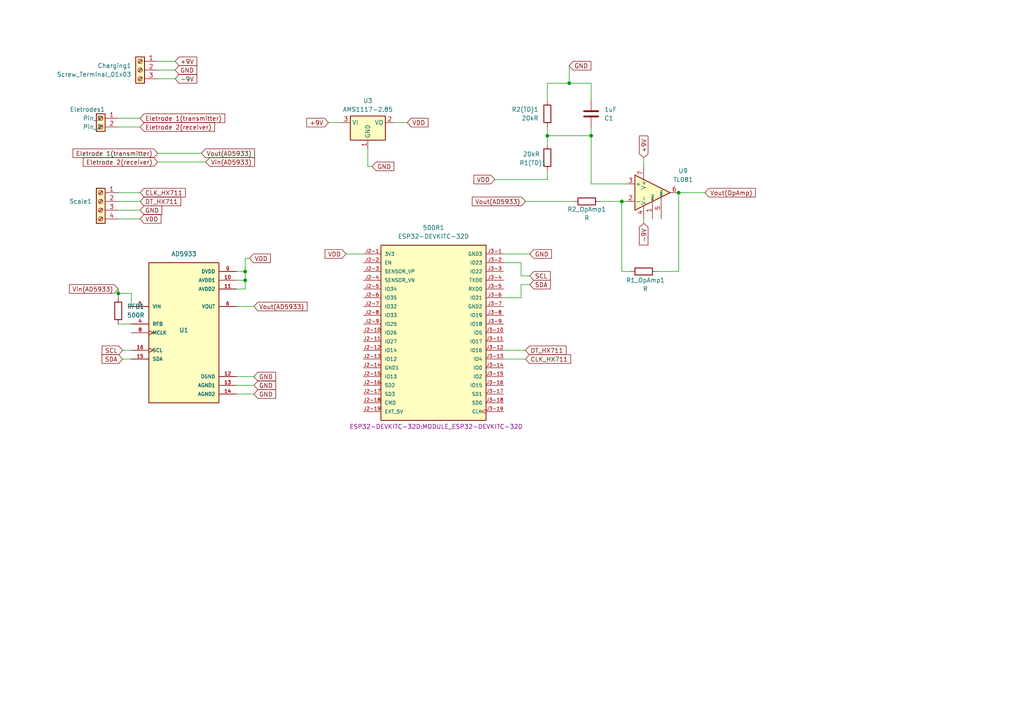
<source format=kicad_sch>
(kicad_sch (version 20231120) (generator "eeschema") (generator_version "8.0")
  (paper "A4")
  (lib_symbols
    (symbol "AD5933:AD5933" (pin_names (offset 1.016))
      (property "Reference" "U" (at -10.1704 20.8493 0))
      (property "Value" "AD5933" (at -10.1686 -22.8794 0))
      (symbol "AD5933_0_0"
        (rectangle (start -10.16 -20.32) (end 10.16 20.32) (stroke (width 0.254)) (fill (type background)))
        (pin power_in line (at 15.24 15.24 180) (length 5.08) (name "AVDD1") (number "10"))
        (pin power_in line (at 15.24 12.7 180) (length 5.08) (name "AVDD2") (number "11"))
        (pin power_in line (at 15.24 -12.7 180) (length 5.08) (name "DGND") (number "12"))
        (pin power_in line (at 15.24 -15.24 180) (length 5.08) (name "AGND1") (number "13"))
        (pin power_in line (at 15.24 -17.78 180) (length 5.08) (name "AGND2") (number "14"))
        (pin bidirectional line (at -15.24 -7.62 0) (length 5.08) (name "SDA") (number "15"))
        (pin input clock (at -15.24 -5.08 0) (length 5.08) (name "SCL") (number "16"))
        (pin input line (at -15.24 2.54 0) (length 5.08) (name "RFB") (number "4"))
        (pin input line (at -15.24 7.62 0) (length 5.08) (name "VIN") (number "5"))
        (pin output line (at 15.24 7.62 180) (length 5.08) (name "VOUT") (number "6"))
        (pin input clock (at -15.24 0 0) (length 5.08) (name "MCLK") (number "8"))
        (pin power_in line (at 15.24 17.78 180) (length 5.08) (name "DVDD") (number "9"))
      )
    )
    (symbol "Amplifier_Operational:TL081" (pin_names (offset 0.127))
      (property "Reference" "U" (at 0 6.35 0))
      (property "Value" "TL081" (at 0 3.81 0))
      (symbol "TL081_0_1"
        (polyline (pts (xy -5.08 5.08) (xy 5.08 0) (xy -5.08 -5.08) (xy -5.08 5.08)) (stroke (width 0.254)) (fill (type background)))
      )
      (symbol "TL081_1_1"
        (pin input line (at 0 -7.62 90) (length 5.08) (name "NULL") (number "1"))
        (pin input line (at -7.62 -2.54 0) (length 2.54) (name "-") (number "2"))
        (pin input line (at -7.62 2.54 0) (length 2.54) (name "+") (number "3"))
        (pin power_in line (at -2.54 -7.62 90) (length 3.81) (name "V-") (number "4"))
        (pin input line (at 2.54 -7.62 90) (length 6.35) (name "NULL") (number "5"))
        (pin output line (at 7.62 0 180) (length 2.54) (name "~") (number "6"))
        (pin power_in line (at -2.54 7.62 270) (length 3.81) (name "V+") (number "7"))
        (pin no_connect line (at 0 2.54 270) (length 2.54) hide (name "NC") (number "8"))
      )
    )
    (symbol "Connector:Screw_Terminal_01x02" (pin_names (offset 1.016))
      (property "Reference" "J" (at 0 2.54 0))
      (property "Value" "Screw_Terminal_01x02" (at 0 -5.08 0))
      (symbol "Screw_Terminal_01x02_1_1"
        (rectangle (start -1.27 1.27) (end 1.27 -3.81) (stroke (width 0.254)) (fill (type background)))
        (circle (center 0 -2.54) (radius 0.635) (stroke (width 0.1524)))
        (polyline (pts (xy -0.5334 -2.2098) (xy 0.3302 -3.048)) (stroke (width 0.1524)))
        (polyline (pts (xy -0.5334 0.3302) (xy 0.3302 -0.508)) (stroke (width 0.1524)))
        (polyline (pts (xy -0.3556 -2.032) (xy 0.508 -2.8702)) (stroke (width 0.1524)))
        (polyline (pts (xy -0.3556 0.508) (xy 0.508 -0.3302)) (stroke (width 0.1524)))
        (circle (center 0 0) (radius 0.635) (stroke (width 0.1524)))
        (pin passive line (at -5.08 0 0) (length 3.81) (name "Pin_1") (number "1"))
        (pin passive line (at -5.08 -2.54 0) (length 3.81) (name "Pin_2") (number "2"))
      )
    )
    (symbol "Connector:Screw_Terminal_01x03" (pin_names (offset 1.016) hide)
      (property "Reference" "J" (at 0 5.08 0))
      (property "Value" "Screw_Terminal_01x03" (at 0 -5.08 0))
      (symbol "Screw_Terminal_01x03_1_1"
        (rectangle (start -1.27 3.81) (end 1.27 -3.81) (stroke (width 0.254)) (fill (type background)))
        (circle (center 0 -2.54) (radius 0.635) (stroke (width 0.1524)))
        (polyline (pts (xy -0.5334 -2.2098) (xy 0.3302 -3.048)) (stroke (width 0.1524)))
        (polyline (pts (xy -0.5334 0.3302) (xy 0.3302 -0.508)) (stroke (width 0.1524)))
        (polyline (pts (xy -0.5334 2.8702) (xy 0.3302 2.032)) (stroke (width 0.1524)))
        (polyline (pts (xy -0.3556 -2.032) (xy 0.508 -2.8702)) (stroke (width 0.1524)))
        (polyline (pts (xy -0.3556 0.508) (xy 0.508 -0.3302)) (stroke (width 0.1524)))
        (polyline (pts (xy -0.3556 3.048) (xy 0.508 2.2098)) (stroke (width 0.1524)))
        (circle (center 0 0) (radius 0.635) (stroke (width 0.1524)))
        (circle (center 0 2.54) (radius 0.635) (stroke (width 0.1524)))
        (pin passive line (at -5.08 2.54 0) (length 3.81) (name "Pin_1") (number "1"))
        (pin passive line (at -5.08 0 0) (length 3.81) (name "Pin_2") (number "2"))
        (pin passive line (at -5.08 -2.54 0) (length 3.81) (name "Pin_3") (number "3"))
      )
    )
    (symbol "Connector:Screw_Terminal_01x04" (pin_names (offset 1.016) hide)
      (property "Reference" "J" (at 0 5.08 0))
      (property "Value" "Screw_Terminal_01x04" (at 0 -7.62 0))
      (symbol "Screw_Terminal_01x04_1_1"
        (rectangle (start -1.27 3.81) (end 1.27 -6.35) (stroke (width 0.254)) (fill (type background)))
        (circle (center 0 -5.08) (radius 0.635) (stroke (width 0.1524)))
        (circle (center 0 -2.54) (radius 0.635) (stroke (width 0.1524)))
        (polyline (pts (xy -0.5334 -4.7498) (xy 0.3302 -5.588)) (stroke (width 0.1524)))
        (polyline (pts (xy -0.5334 -2.2098) (xy 0.3302 -3.048)) (stroke (width 0.1524)))
        (polyline (pts (xy -0.5334 0.3302) (xy 0.3302 -0.508)) (stroke (width 0.1524)))
        (polyline (pts (xy -0.5334 2.8702) (xy 0.3302 2.032)) (stroke (width 0.1524)))
        (polyline (pts (xy -0.3556 -4.572) (xy 0.508 -5.4102)) (stroke (width 0.1524)))
        (polyline (pts (xy -0.3556 -2.032) (xy 0.508 -2.8702)) (stroke (width 0.1524)))
        (polyline (pts (xy -0.3556 0.508) (xy 0.508 -0.3302)) (stroke (width 0.1524)))
        (polyline (pts (xy -0.3556 3.048) (xy 0.508 2.2098)) (stroke (width 0.1524)))
        (circle (center 0 0) (radius 0.635) (stroke (width 0.1524)))
        (circle (center 0 2.54) (radius 0.635) (stroke (width 0.1524)))
        (pin passive line (at -5.08 2.54 0) (length 3.81) (name "Pin_1") (number "1"))
        (pin passive line (at -5.08 0 0) (length 3.81) (name "Pin_2") (number "2"))
        (pin passive line (at -5.08 -2.54 0) (length 3.81) (name "Pin_3") (number "3"))
        (pin passive line (at -5.08 -5.08 0) (length 3.81) (name "Pin_4") (number "4"))
      )
    )
    (symbol "Device:C" (pin_numbers hide) (pin_names (offset 0.254))
      (property "Reference" "C" (at 0.635 2.54 0))
      (property "Value" "C" (at 0.635 -2.54 0))
      (symbol "C_0_1"
        (polyline (pts (xy -2.032 -0.762) (xy 2.032 -0.762)) (stroke (width 0.508)))
        (polyline (pts (xy -2.032 0.762) (xy 2.032 0.762)) (stroke (width 0.508)))
      )
      (symbol "C_1_1"
        (pin passive line (at 0 3.81 270) (length 2.794) (name "~") (number "1"))
        (pin passive line (at 0 -3.81 90) (length 2.794) (name "~") (number "2"))
      )
    )
    (symbol "Device:R" (pin_numbers hide) (pin_names (offset 0))
      (property "Reference" "R" (at 2.032 0 90))
      (property "Value" "R" (at 0 0 90))
      (symbol "R_0_1"
        (rectangle (start -1.016 -2.54) (end 1.016 2.54) (stroke (width 0.254)))
      )
      (symbol "R_1_1"
        (pin passive line (at 0 3.81 270) (length 1.27) (name "~") (number "1"))
        (pin passive line (at 0 -3.81 90) (length 1.27) (name "~") (number "2"))
      )
    )
    (symbol "ESP32DevKit:ESP32-DEVKITC-32D" (pin_names (offset 1.016))
      (property "Reference" "U" (at -15.2572 26.0643 0))
      (property "Value" "ESP32-DEVKITC-32D" (at -15.2563 -27.9698 0))
      (symbol "ESP32-DEVKITC-32D_0_0"
        (rectangle (start -15.24 -25.4) (end 15.24 25.4) (stroke (width 0.254)) (fill (type background)))
        (pin power_in line (at -20.32 22.86 0) (length 5.08) (name "3V3") (number "J2-1"))
        (pin bidirectional line (at -20.32 0 0) (length 5.08) (name "IO26") (number "J2-10"))
        (pin bidirectional line (at -20.32 -2.54 0) (length 5.08) (name "IO27") (number "J2-11"))
        (pin bidirectional line (at -20.32 -5.08 0) (length 5.08) (name "IO14") (number "J2-12"))
        (pin bidirectional line (at -20.32 -7.62 0) (length 5.08) (name "IO12") (number "J2-13"))
        (pin power_in line (at -20.32 -10.16 0) (length 5.08) (name "GND1") (number "J2-14"))
        (pin bidirectional line (at -20.32 -12.7 0) (length 5.08) (name "IO13") (number "J2-15"))
        (pin bidirectional line (at -20.32 -15.24 0) (length 5.08) (name "SD2") (number "J2-16"))
        (pin bidirectional line (at -20.32 -17.78 0) (length 5.08) (name "SD3") (number "J2-17"))
        (pin bidirectional line (at -20.32 -20.32 0) (length 5.08) (name "CMD") (number "J2-18"))
        (pin power_in line (at -20.32 -22.86 0) (length 5.08) (name "EXT_5V") (number "J2-19"))
        (pin input line (at -20.32 20.32 0) (length 5.08) (name "EN") (number "J2-2"))
        (pin input line (at -20.32 17.78 0) (length 5.08) (name "SENSOR_VP") (number "J2-3"))
        (pin input line (at -20.32 15.24 0) (length 5.08) (name "SENSOR_VN") (number "J2-4"))
        (pin bidirectional line (at -20.32 12.7 0) (length 5.08) (name "IO34") (number "J2-5"))
        (pin bidirectional line (at -20.32 10.16 0) (length 5.08) (name "IO35") (number "J2-6"))
        (pin bidirectional line (at -20.32 7.62 0) (length 5.08) (name "IO32") (number "J2-7"))
        (pin bidirectional line (at -20.32 5.08 0) (length 5.08) (name "IO33") (number "J2-8"))
        (pin bidirectional line (at -20.32 2.54 0) (length 5.08) (name "IO25") (number "J2-9"))
        (pin power_in line (at 20.32 22.86 180) (length 5.08) (name "GND3") (number "J3-1"))
        (pin bidirectional line (at 20.32 0 180) (length 5.08) (name "IO5") (number "J3-10"))
        (pin bidirectional line (at 20.32 -2.54 180) (length 5.08) (name "IO17") (number "J3-11"))
        (pin bidirectional line (at 20.32 -5.08 180) (length 5.08) (name "IO16") (number "J3-12"))
        (pin bidirectional line (at 20.32 -7.62 180) (length 5.08) (name "IO4") (number "J3-13"))
        (pin bidirectional line (at 20.32 -10.16 180) (length 5.08) (name "IO0") (number "J3-14"))
        (pin bidirectional line (at 20.32 -12.7 180) (length 5.08) (name "IO2") (number "J3-15"))
        (pin bidirectional line (at 20.32 -15.24 180) (length 5.08) (name "IO15") (number "J3-16"))
        (pin bidirectional line (at 20.32 -17.78 180) (length 5.08) (name "SD1") (number "J3-17"))
        (pin bidirectional line (at 20.32 -20.32 180) (length 5.08) (name "SD0") (number "J3-18"))
        (pin input clock (at 20.32 -22.86 180) (length 5.08) (name "CLK") (number "J3-19"))
        (pin bidirectional line (at 20.32 20.32 180) (length 5.08) (name "IO23") (number "J3-2"))
        (pin bidirectional line (at 20.32 17.78 180) (length 5.08) (name "IO22") (number "J3-3"))
        (pin output line (at 20.32 15.24 180) (length 5.08) (name "TXD0") (number "J3-4"))
        (pin input line (at 20.32 12.7 180) (length 5.08) (name "RXD0") (number "J3-5"))
        (pin bidirectional line (at 20.32 10.16 180) (length 5.08) (name "IO21") (number "J3-6"))
        (pin power_in line (at 20.32 7.62 180) (length 5.08) (name "GND2") (number "J3-7"))
        (pin bidirectional line (at 20.32 5.08 180) (length 5.08) (name "IO19") (number "J3-8"))
        (pin bidirectional line (at 20.32 2.54 180) (length 5.08) (name "IO18") (number "J3-9"))
      )
    )
    (symbol "Regulator_Linear:AMS1117-2.85"
      (property "Reference" "U" (at -3.81 3.175 0))
      (property "Value" "AMS1117-2.85" (at 0 3.175 0))
      (symbol "AMS1117-2.85_0_1"
        (rectangle (start -5.08 -5.08) (end 5.08 1.905) (stroke (width 0.254)) (fill (type background)))
      )
      (symbol "AMS1117-2.85_1_1"
        (pin power_in line (at 0 -7.62 90) (length 2.54) (name "GND") (number "1"))
        (pin power_out line (at 7.62 0 180) (length 2.54) (name "VO") (number "2"))
        (pin power_in line (at -7.62 0 0) (length 2.54) (name "VI") (number "3"))
      )
    )
  )
  (junction (at 165.1 24.13))
  (junction (at 158.75 39.37))
  (junction (at 196.85 55.88))
  (junction (at 71.12 81.28))
  (junction (at 180.34 58.42))
  (junction (at 71.12 78.74))
  (junction (at 34.29 85.09))
  (junction (at 171.45 39.37))
  (wire (pts (xy 71.12 78.74) (xy 71.12 81.28)))
  (wire (pts (xy 158.75 39.37) (xy 158.75 36.83)))
  (wire (pts (xy 196.85 55.88) (xy 204.47 55.88)))
  (wire (pts (xy 34.29 58.42) (xy 40.64 58.42)))
  (wire (pts (xy 143.51 52.07) (xy 158.75 52.07)))
  (wire (pts (xy 106.68 48.26) (xy 107.95 48.26)))
  (wire (pts (xy 146.05 73.66) (xy 153.67 73.66)))
  (wire (pts (xy 186.69 45.72) (xy 186.69 48.26)))
  (wire (pts (xy 180.34 58.42) (xy 181.61 58.42)))
  (wire (pts (xy 71.12 81.28) (xy 71.12 83.82)))
  (wire (pts (xy 153.67 80.01) (xy 151.13 80.01)))
  (wire (pts (xy 173.99 58.42) (xy 180.34 58.42)))
  (wire (pts (xy 35.56 101.6) (xy 38.1 101.6)))
  (wire (pts (xy 146.05 86.36) (xy 151.13 86.36)))
  (wire (pts (xy 151.13 82.55) (xy 153.67 82.55)))
  (wire (pts (xy 34.29 85.09) (xy 34.29 86.36)))
  (wire (pts (xy 68.58 114.3) (xy 73.66 114.3)))
  (wire (pts (xy 152.4 58.42) (xy 166.37 58.42)))
  (wire (pts (xy 152.4 104.14) (xy 146.05 104.14)))
  (wire (pts (xy 180.34 78.74) (xy 182.88 78.74)))
  (wire (pts (xy 58.42 44.45) (xy 45.72 44.45)))
  (wire (pts (xy 158.75 41.91) (xy 158.75 39.37)))
  (wire (pts (xy 171.45 36.83) (xy 171.45 39.37)))
  (wire (pts (xy 171.45 24.13) (xy 171.45 29.21)))
  (wire (pts (xy 158.75 29.21) (xy 158.75 24.13)))
  (wire (pts (xy 38.1 85.09) (xy 38.1 88.9)))
  (wire (pts (xy 68.58 81.28) (xy 71.12 81.28)))
  (wire (pts (xy 151.13 86.36) (xy 151.13 82.55)))
  (wire (pts (xy 68.58 111.76) (xy 73.66 111.76)))
  (wire (pts (xy 165.1 24.13) (xy 165.1 19.05)))
  (wire (pts (xy 165.1 24.13) (xy 171.45 24.13)))
  (wire (pts (xy 34.29 85.09) (xy 38.1 85.09)))
  (wire (pts (xy 35.56 104.14) (xy 38.1 104.14)))
  (wire (pts (xy 45.72 20.32) (xy 50.8 20.32)))
  (wire (pts (xy 114.3 35.56) (xy 118.11 35.56)))
  (wire (pts (xy 68.58 83.82) (xy 71.12 83.82)))
  (wire (pts (xy 186.69 63.5) (xy 186.69 64.77)))
  (wire (pts (xy 71.12 74.93) (xy 72.39 74.93)))
  (wire (pts (xy 151.13 80.01) (xy 151.13 76.2)))
  (wire (pts (xy 34.29 93.98) (xy 38.1 93.98)))
  (wire (pts (xy 68.58 88.9) (xy 73.66 88.9)))
  (wire (pts (xy 158.75 24.13) (xy 165.1 24.13)))
  (wire (pts (xy 34.29 83.82) (xy 34.29 85.09)))
  (wire (pts (xy 100.33 73.66) (xy 105.41 73.66)))
  (wire (pts (xy 45.72 22.86) (xy 50.8 22.86)))
  (wire (pts (xy 34.29 36.83) (xy 40.64 36.83)))
  (wire (pts (xy 180.34 58.42) (xy 180.34 78.74)))
  (wire (pts (xy 40.64 63.5) (xy 34.29 63.5)))
  (wire (pts (xy 68.58 109.22) (xy 73.66 109.22)))
  (wire (pts (xy 196.85 78.74) (xy 190.5 78.74)))
  (wire (pts (xy 45.72 17.78) (xy 50.8 17.78)))
  (wire (pts (xy 40.64 60.96) (xy 34.29 60.96)))
  (wire (pts (xy 196.85 55.88) (xy 196.85 78.74)))
  (wire (pts (xy 106.68 43.18) (xy 106.68 48.26)))
  (wire (pts (xy 158.75 52.07) (xy 158.75 49.53)))
  (wire (pts (xy 158.75 39.37) (xy 171.45 39.37)))
  (wire (pts (xy 152.4 101.6) (xy 146.05 101.6)))
  (wire (pts (xy 68.58 78.74) (xy 71.12 78.74)))
  (wire (pts (xy 171.45 39.37) (xy 171.45 53.34)))
  (wire (pts (xy 95.25 35.56) (xy 99.06 35.56)))
  (wire (pts (xy 181.61 53.34) (xy 171.45 53.34)))
  (wire (pts (xy 71.12 74.93) (xy 71.12 78.74)))
  (wire (pts (xy 146.05 76.2) (xy 151.13 76.2)))
  (wire (pts (xy 34.29 55.88) (xy 40.64 55.88)))
  (wire (pts (xy 34.29 34.29) (xy 40.64 34.29)))
  (wire (pts (xy 59.69 46.99) (xy 45.72 46.99)))
  (global_label "Eletrode 1(transmitter)" (shape input) (at 40.64 34.29 0) (property "Intersheetrefs" "${INTERSHEET_REFS}" (effects (hide yes))))
  (global_label "VDD" (shape input) (at 143.51 52.07 180) (property "Intersheetrefs" "${INTERSHEET_REFS}" (effects (hide yes))))
  (global_label "Eletrode 1(transmitter)" (shape input) (at 45.72 44.45 180) (property "Intersheetrefs" "${INTERSHEET_REFS}" (effects (hide yes))))
  (global_label "GND" (shape input) (at 73.66 114.3 0) (property "Intersheetrefs" "${INTERSHEET_REFS}" (effects (hide yes))))
  (global_label "SDA" (shape input) (at 153.67 82.55 0) (property "Intersheetrefs" "${INTERSHEET_REFS}" (effects (hide yes))))
  (global_label "DT_HX711" (shape input) (at 40.64 58.42 0) (property "Intersheetrefs" "${INTERSHEET_REFS}" (effects (hide yes))))
  (global_label "+9V" (shape input) (at 186.69 45.72 90) (property "Intersheetrefs" "${INTERSHEET_REFS}" (effects (hide yes))))
  (global_label "GND" (shape input) (at 73.66 109.22 0) (property "Intersheetrefs" "${INTERSHEET_REFS}" (effects (hide yes))))
  (global_label "SDA" (shape input) (at 35.56 104.14 180) (property "Intersheetrefs" "${INTERSHEET_REFS}" (effects (hide yes))))
  (global_label "Vin(AD5933)" (shape input) (at 59.69 46.99 0) (property "Intersheetrefs" "${INTERSHEET_REFS}" (effects (hide yes))))
  (global_label "Vin(AD5933)" (shape input) (at 34.29 83.82 180) (property "Intersheetrefs" "${INTERSHEET_REFS}" (effects (hide yes))))
  (global_label "-9V" (shape input) (at 186.69 64.77 270) (property "Intersheetrefs" "${INTERSHEET_REFS}" (effects (hide yes))))
  (global_label "GND" (shape input) (at 40.64 60.96 0) (property "Intersheetrefs" "${INTERSHEET_REFS}" (effects (hide yes))))
  (global_label "VDD" (shape input) (at 40.64 63.5 0) (property "Intersheetrefs" "${INTERSHEET_REFS}" (effects (hide yes))))
  (global_label "Vout(OpAmp)" (shape input) (at 204.47 55.88 0) (property "Intersheetrefs" "${INTERSHEET_REFS}" (effects (hide yes))))
  (global_label "+9V" (shape input) (at 95.25 35.56 180) (property "Intersheetrefs" "${INTERSHEET_REFS}" (effects (hide yes))))
  (global_label "GND" (shape input) (at 73.66 111.76 0) (property "Intersheetrefs" "${INTERSHEET_REFS}" (effects (hide yes))))
  (global_label "CLK_HX711" (shape input) (at 152.4 104.14 0) (property "Intersheetrefs" "${INTERSHEET_REFS}" (effects (hide yes))))
  (global_label "VDD" (shape input) (at 100.33 73.66 180) (property "Intersheetrefs" "${INTERSHEET_REFS}" (effects (hide yes))))
  (global_label "+9V" (shape input) (at 50.8 17.78 0) (property "Intersheetrefs" "${INTERSHEET_REFS}" (effects (hide yes))))
  (global_label "CLK_HX711" (shape input) (at 40.64 55.88 0) (property "Intersheetrefs" "${INTERSHEET_REFS}" (effects (hide yes))))
  (global_label "GND" (shape input) (at 153.67 73.66 0) (property "Intersheetrefs" "${INTERSHEET_REFS}" (effects (hide yes))))
  (global_label "VDD" (shape input) (at 118.11 35.56 0) (property "Intersheetrefs" "${INTERSHEET_REFS}" (effects (hide yes))))
  (global_label "VDD" (shape input) (at 72.39 74.93 0) (property "Intersheetrefs" "${INTERSHEET_REFS}" (effects (hide yes))))
  (global_label "GND" (shape input) (at 165.1 19.05 0) (property "Intersheetrefs" "${INTERSHEET_REFS}" (effects (hide yes))))
  (global_label "Eletrode 2(receiver)" (shape input) (at 40.64 36.83 0) (property "Intersheetrefs" "${INTERSHEET_REFS}" (effects (hide yes))))
  (global_label "-9V" (shape input) (at 50.8 22.86 0) (property "Intersheetrefs" "${INTERSHEET_REFS}" (effects (hide yes))))
  (global_label "Vout(AD5933)" (shape input) (at 58.42 44.45 0) (property "Intersheetrefs" "${INTERSHEET_REFS}" (effects (hide yes))))
  (global_label "SCL" (shape input) (at 35.56 101.6 180) (property "Intersheetrefs" "${INTERSHEET_REFS}" (effects (hide yes))))
  (global_label "GND" (shape input) (at 107.95 48.26 0) (property "Intersheetrefs" "${INTERSHEET_REFS}" (effects (hide yes))))
  (global_label "Vout(AD5933)" (shape input) (at 73.66 88.9 0) (property "Intersheetrefs" "${INTERSHEET_REFS}" (effects (hide yes))))
  (global_label "DT_HX711" (shape input) (at 152.4 101.6 0) (property "Intersheetrefs" "${INTERSHEET_REFS}" (effects (hide yes))))
  (global_label "Vout(AD5933)" (shape input) (at 152.4 58.42 180) (property "Intersheetrefs" "${INTERSHEET_REFS}" (effects (hide yes))))
  (global_label "GND" (shape input) (at 50.8 20.32 0) (property "Intersheetrefs" "${INTERSHEET_REFS}" (effects (hide yes))))
  (global_label "Eletrode 2(receiver)" (shape input) (at 45.72 46.99 180) (property "Intersheetrefs" "${INTERSHEET_REFS}" (effects (hide yes))))
  (global_label "SCL" (shape input) (at 153.67 80.01 0) (property "Intersheetrefs" "${INTERSHEET_REFS}" (effects (hide yes))))
  (symbol (lib_id "Connector:Screw_Terminal_01x04") (at 29.21 58.42 0) (mirror y) (unit 1)
    (property "Reference" "Scale1" (at 26.67 58.4199 0) (effects (justify left)))
    (property "Value" "Screw_Terminal_01x04" (effects (hide yes)))
    (property "Footprint" "TerminalBlock:TerminalBlock_Xinya_XY308-2.54-4P_1x04_P2.54mm_Horizontal" (effects (hide yes)))
    (property "Description" "Generic screw terminal, single row, 01x04, script generated (kicad-library-utils/schlib/autogen/connector/)" (effects (hide yes)))
  )
  (symbol (lib_id "Connector:Screw_Terminal_01x03") (at 40.64 20.32 0) (mirror y) (unit 1)
    (property "Reference" "Charging1" (at 38.1 19.0499 0) (effects (justify left)))
    (property "Value" "Screw_Terminal_01x03" (at 38.1 21.5899 0) (effects (justify left)))
    (property "Footprint" "TerminalBlock_4Ucon:TerminalBlock_4Ucon_1x03_P3.50mm_Vertical" (effects (hide yes)))
    (property "Description" "Generic screw terminal, single row, 01x03, script generated (kicad-library-utils/schlib/autogen/connector/)" (effects (hide yes)))
  )
  (symbol (lib_id "Device:R") (at 158.75 45.72 0) (mirror x) (unit 1)
    (property "Reference" "R1(TD)1" (at 150.622 47.244 0) (effects (justify left)))
    (property "Value" "20kR" (at 151.638 44.704 0) (effects (justify left)))
    (property "Footprint" "Resistor_THT:R_Axial_DIN0207_L6.3mm_D2.5mm_P7.62mm_Horizontal" (effects (hide yes)))
    (property "Description" "Resistor" (effects (hide yes)))
  )
  (symbol (lib_id "Device:R") (at 170.18 58.42 270) (unit 1)
    (property "Reference" "R2_OpAmp1" (at 170.18 60.706 90))
    (property "Value" "R" (at 170.18 63.246 90))
    (property "Footprint" "Resistor_THT:R_Axial_DIN0207_L6.3mm_D2.5mm_P7.62mm_Horizontal" (effects (hide yes)))
    (property "Description" "Resistor" (effects (hide yes)))
  )
  (symbol (lib_id "Regulator_Linear:AMS1117-2.85") (at 106.68 35.56 0) (unit 1)
    (property "Reference" "U3" (at 106.68 29.21 0))
    (property "Value" "AMS1117-2.85" (at 106.68 31.75 0))
    (property "Footprint" "Package_TO_SOT_SMD:SOT-223-3_TabPin2" (effects (hide yes)))
    (property "Datasheet" "http://www.advanced-monolithic.com/pdf/ds1117.pdf" (effects (hide yes)))
    (property "Description" "1A Low Dropout regulator, positive, 2.85V fixed output, SOT-223" (effects (hide yes)))
  )
  (symbol (lib_id "AD5933:AD5933") (at 53.34 96.52 0) (unit 1)
    (property "Reference" "U1" (at 53.34 95.758 0))
    (property "Value" "AD5933" (at 53.34 73.66 0))
    (property "Footprint" "AD5933:SOP65P780X200-16N" (effects (hide yes)))
    (property "MF" "Analog Devices, Inc." (effects (hide yes)))
    (property "Description_1" "\nDirect Digital Synthesizer 16.776MHz 1-DAC 12bit Serial (I2C) 16-Pin SSOP Tube\n" (effects (hide yes)))
    (property "PARTREV" "F" (effects (hide yes)))
    (property "Price" "None" (effects (hide yes)))
    (property "Package" "SSOP-16 Analog Devices" (effects (hide yes)))
    (property "STANDARD" "IPC-7351B" (effects (hide yes)))
    (property "MANUFATURER" "Analog Devices" (effects (hide yes)))
    (property "SnapEDA_Link" "https://www.snapeda.com/parts/AD5933/Analog+Devices/view-part/?ref=snap" (effects (hide yes)))
    (property "MP" "AD5933" (effects (hide yes)))
    (property "Purchase-URL" "https://www.snapeda.com/api/url_track_click_mouser/?unipart_id=8582508&manufacturer=Analog Devices, Inc.&part_name=AD5933&search_term=None" (effects (hide yes)))
    (property "Availability" "In Stock" (effects (hide yes)))
    (property "Check_prices" "https://www.snapeda.com/parts/AD5933/Analog+Devices/view-part/?ref=eda" (effects (hide yes)))
  )
  (symbol (lib_id "Device:R") (at 34.29 90.17 180) (unit 1)
    (property "Reference" "RFB1" (at 36.83 88.8999 0) (effects (justify right)))
    (property "Value" "500R" (at 36.83 91.4399 0) (effects (justify right)))
    (property "Footprint" "Resistor_THT:R_Axial_DIN0207_L6.3mm_D2.5mm_P7.62mm_Horizontal" (effects (hide yes)))
    (property "Description" "Resistor" (effects (hide yes)))
  )
  (symbol (lib_id "Device:R") (at 186.69 78.74 90) (unit 1)
    (property "Reference" "R1_OpAmp1" (at 187.198 81.28 90))
    (property "Value" "R" (at 187.198 83.82 90))
    (property "Footprint" "Resistor_THT:R_Axial_DIN0207_L6.3mm_D2.5mm_P7.62mm_Horizontal" (effects (hide yes)))
    (property "Description" "Resistor" (effects (hide yes)))
  )
  (symbol (lib_id "Device:R") (at 158.75 33.02 0) (mirror x) (unit 1)
    (property "Reference" "R2(TD)1" (at 156.21 31.7499 0) (effects (justify right)))
    (property "Value" "20kR" (at 156.21 34.2899 0) (effects (justify right)))
    (property "Footprint" "Resistor_THT:R_Axial_DIN0207_L6.3mm_D2.5mm_P7.62mm_Horizontal" (effects (hide yes)))
    (property "Description" "Resistor" (effects (hide yes)))
  )
  (symbol (lib_id "Amplifier_Operational:TL081") (at 189.23 55.88 0) (unit 1)
    (property "Reference" "U9" (at 198.12 49.5614 0))
    (property "Value" "TL081" (at 198.12 52.1014 0))
    (property "Footprint" "Package_DIP:DIP-8_W7.62mm" (effects (hide yes)))
    (property "Datasheet" "http://www.ti.com/lit/ds/symlink/tl081.pdf" (effects (hide yes)))
    (property "Description" "Single JFET-Input Operational Amplifiers, DIP-8/SOIC-8" (effects (hide yes)))
  )
  (symbol (lib_id "Connector:Screw_Terminal_01x02") (at 29.21 34.29 0) (mirror y) (unit 1)
    (property "Reference" "Eletrodes1" (at 30.48 31.75 0) (effects (justify left)))
    (property "Value" "Screw_Terminal_01x02" (effects (hide yes)))
    (property "Footprint" "TerminalBlock_MetzConnect:TerminalBlock_MetzConnect_Type011_RT05502HBWC_1x02_P5.00mm_Horizontal" (effects (hide yes)))
    (property "Description" "Generic screw terminal, single row, 01x02, script generated (kicad-library-utils/schlib/autogen/connector/)" (effects (hide yes)))
  )
  (symbol (lib_id "Device:C") (at 171.45 33.02 0) (mirror x) (unit 1)
    (property "Reference" "C1" (at 175.26 34.2901 0) (effects (justify left)))
    (property "Value" "1uF" (at 175.26 31.7501 0) (effects (justify left)))
    (property "Description" "Unpolarized capacitor" (effects (hide yes)))
  )
  (symbol (lib_id "ESP32DevKit:ESP32-DEVKITC-32D") (at 125.73 96.52 0) (unit 1)
    (property "Reference" "500R1" (at 125.73 66.04 0))
    (property "Value" "ESP32-DEVKITC-32D" (at 125.73 68.58 0))
    (property "Footprint" "ESP32-DEVKITC-32D:MODULE_ESP32-DEVKITC-32D" (at 126.492 124.46 0) (effects (justify bottom)))
    (property "MF" "Espressif Systems" (effects (hide yes)))
    (property "MAXIMUM_PACKAGE_HEIGHT" "N/A" (effects (hide yes)))
    (property "Package" "None" (effects (hide yes)))
    (property "Price" "None" (effects (hide yes)))
    (property "Check_prices" "https://www.snapeda.com/parts/ESP32-DEVKITC-32D/Espressif+Systems/view-part/?ref=eda" (effects (hide yes)))
    (property "STANDARD" "Manufacturer Recommendations" (effects (hide yes)))
    (property "PARTREV" "V4" (effects (hide yes)))
    (property "SnapEDA_Link" "https://www.snapeda.com/parts/ESP32-DEVKITC-32D/Espressif+Systems/view-part/?ref=snap" (effects (hide yes)))
    (property "MP" "ESP32-DEVKITC-32D" (effects (hide yes)))
    (property "Description_1" "\nWiFi Development Tools (802.11) ESP32 General Development Kit, ESP32-WROOM-32D on the board\n" (effects (hide yes)))
    (property "MANUFACTURER" "Espressif Systems" (effects (hide yes)))
    (property "Availability" "In Stock" (effects (hide yes)))
    (property "SNAPEDA_PN" "ESP32-DEVKITC-32D" (effects (hide yes)))
  )
)
</source>
